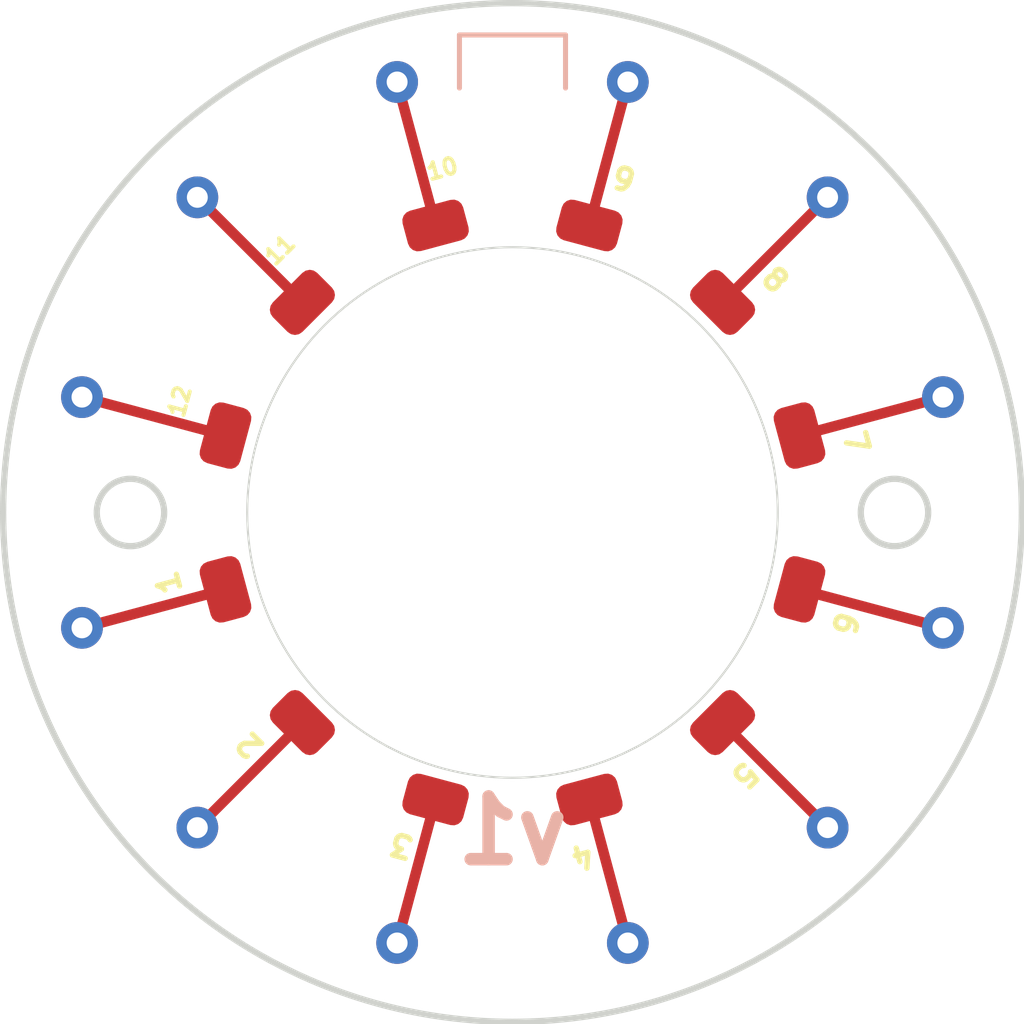
<source format=kicad_pcb>
(kicad_pcb (version 20171130) (host pcbnew 5.1.2)

  (general
    (thickness 1.6)
    (drawings 11)
    (tracks 12)
    (zones 0)
    (modules 24)
    (nets 2)
  )

  (page A4)
  (layers
    (0 F.Cu signal)
    (31 B.Cu signal)
    (32 B.Adhes user)
    (33 F.Adhes user)
    (34 B.Paste user)
    (35 F.Paste user)
    (36 B.SilkS user)
    (37 F.SilkS user)
    (38 B.Mask user)
    (39 F.Mask user)
    (40 Dwgs.User user)
    (41 Cmts.User user)
    (42 Eco1.User user)
    (43 Eco2.User user)
    (44 Edge.Cuts user)
    (45 Margin user)
    (46 B.CrtYd user)
    (47 F.CrtYd user)
    (48 B.Fab user)
    (49 F.Fab user)
  )

  (setup
    (last_trace_width 0.1524)
    (trace_clearance 0.1524)
    (zone_clearance 0.508)
    (zone_45_only no)
    (trace_min 0.1524)
    (via_size 0.508)
    (via_drill 0.254)
    (via_min_size 0.508)
    (via_min_drill 0.254)
    (blind_buried_vias_allowed yes)
    (uvia_size 0.508)
    (uvia_drill 0.254)
    (uvias_allowed yes)
    (uvia_min_size 0.508)
    (uvia_min_drill 0.254)
    (edge_width 0.05)
    (segment_width 0.2)
    (pcb_text_width 0.3)
    (pcb_text_size 1.5 1.5)
    (mod_edge_width 0.12)
    (mod_text_size 1 1)
    (mod_text_width 0.15)
    (pad_size 1.524 1.524)
    (pad_drill 0.762)
    (pad_to_mask_clearance 0.0508)
    (solder_mask_min_width 0.0254)
    (aux_axis_origin 0 0)
    (visible_elements FFFFFF7F)
    (pcbplotparams
      (layerselection 0x010fc_ffffffff)
      (usegerberextensions false)
      (usegerberattributes false)
      (usegerberadvancedattributes false)
      (creategerberjobfile false)
      (excludeedgelayer true)
      (linewidth 0.100000)
      (plotframeref false)
      (viasonmask false)
      (mode 1)
      (useauxorigin false)
      (hpglpennumber 1)
      (hpglpenspeed 20)
      (hpglpendiameter 15.000000)
      (psnegative false)
      (psa4output false)
      (plotreference true)
      (plotvalue true)
      (plotinvisibletext false)
      (padsonsilk false)
      (subtractmaskfromsilk false)
      (outputformat 1)
      (mirror false)
      (drillshape 1)
      (scaleselection 1)
      (outputdirectory ""))
  )

  (net 0 "")
  (net 1 "Net-(H1-Pad1)")

  (net_class Default "This is the default net class."
    (clearance 0.1524)
    (trace_width 0.1524)
    (via_dia 0.508)
    (via_drill 0.254)
    (uvia_dia 0.508)
    (uvia_drill 0.254)
    (add_net "Net-(H1-Pad1)")
  )

  (module ppms-puck-pcb:PPMS_Puck_Pad (layer F.Cu) (tedit 5CFE7EFC) (tstamp 5CFED7A2)
    (at 1.840721 -6.869665 345)
    (path /5CF21F50)
    (fp_text reference 9 (at 0.508 -1.27 345 unlocked) (layer F.SilkS)
      (effects (font (size 0.508 0.508) (thickness 0.127)))
    )
    (fp_text value MountingHole_Pad (at 0 5.08 165) (layer F.Fab) hide
      (effects (font (size 1 1) (thickness 0.15)))
    )
    (pad 1 smd roundrect (at 0 0 345) (size 1.5 1) (layers F.Cu F.Paste F.Mask) (roundrect_rratio 0.25)
      (net 1 "Net-(H1-Pad1)"))
  )

  (module ppms-puck-pcb:PPMS_Puck_Pad (layer F.Cu) (tedit 5CFE7EFC) (tstamp 5CFED79A)
    (at 5.028944 -5.028944 315)
    (path /5CF21F50)
    (fp_text reference 8 (at 0.508 -1.27 315 unlocked) (layer F.SilkS)
      (effects (font (size 0.508 0.508) (thickness 0.127)))
    )
    (fp_text value MountingHole_Pad (at 0 5.08 135) (layer F.Fab) hide
      (effects (font (size 1 1) (thickness 0.15)))
    )
    (pad 1 smd roundrect (at 0 0 315) (size 1.5 1) (layers F.Cu F.Paste F.Mask) (roundrect_rratio 0.25)
      (net 1 "Net-(H1-Pad1)"))
  )

  (module ppms-puck-pcb:PPMS_Puck_Pad (layer F.Cu) (tedit 5CFE7EFC) (tstamp 5CFED792)
    (at 6.869664 -1.840721 285)
    (path /5CF21F50)
    (fp_text reference 7 (at 0.508 -1.27 285 unlocked) (layer F.SilkS)
      (effects (font (size 0.508 0.508) (thickness 0.127)))
    )
    (fp_text value MountingHole_Pad (at 0 5.08 105) (layer F.Fab) hide
      (effects (font (size 1 1) (thickness 0.15)))
    )
    (pad 1 smd roundrect (at 0 0 285) (size 1.5 1) (layers F.Cu F.Paste F.Mask) (roundrect_rratio 0.25)
      (net 1 "Net-(H1-Pad1)"))
  )

  (module ppms-puck-pcb:PPMS_Puck_Pad (layer F.Cu) (tedit 5CFE7EFC) (tstamp 5CFED78A)
    (at 6.869665 1.840721 255)
    (path /5CF21F50)
    (fp_text reference 6 (at 0.508 -1.27 255 unlocked) (layer F.SilkS)
      (effects (font (size 0.508 0.508) (thickness 0.127)))
    )
    (fp_text value MountingHole_Pad (at 0 5.08 75) (layer F.Fab) hide
      (effects (font (size 1 1) (thickness 0.15)))
    )
    (pad 1 smd roundrect (at 0 0 255) (size 1.5 1) (layers F.Cu F.Paste F.Mask) (roundrect_rratio 0.25)
      (net 1 "Net-(H1-Pad1)"))
  )

  (module ppms-puck-pcb:PPMS_Puck_Pad (layer F.Cu) (tedit 5CFE7EFC) (tstamp 5CFED782)
    (at 5.028944 5.028944 225)
    (path /5CF21F50)
    (fp_text reference 5 (at 0.508 -1.27 225 unlocked) (layer F.SilkS)
      (effects (font (size 0.508 0.508) (thickness 0.127)))
    )
    (fp_text value MountingHole_Pad (at 0 5.08 45) (layer F.Fab) hide
      (effects (font (size 1 1) (thickness 0.15)))
    )
    (pad 1 smd roundrect (at 0 0 225) (size 1.5 1) (layers F.Cu F.Paste F.Mask) (roundrect_rratio 0.25)
      (net 1 "Net-(H1-Pad1)"))
  )

  (module ppms-puck-pcb:PPMS_Puck_Pad (layer F.Cu) (tedit 5CFE7EFC) (tstamp 5CFED77A)
    (at 1.840721 6.869664 195)
    (path /5CF21F50)
    (fp_text reference 4 (at 0.508 -1.27 195 unlocked) (layer F.SilkS)
      (effects (font (size 0.508 0.508) (thickness 0.127)))
    )
    (fp_text value MountingHole_Pad (at 0 5.08 15) (layer F.Fab) hide
      (effects (font (size 1 1) (thickness 0.15)))
    )
    (pad 1 smd roundrect (at 0 0 195) (size 1.5 1) (layers F.Cu F.Paste F.Mask) (roundrect_rratio 0.25)
      (net 1 "Net-(H1-Pad1)"))
  )

  (module ppms-puck-pcb:PPMS_Puck_Pad (layer F.Cu) (tedit 5CFE7EFC) (tstamp 5CFED772)
    (at -1.840721 6.869665 165)
    (path /5CF21F50)
    (fp_text reference 3 (at 0.508 -1.27 165 unlocked) (layer F.SilkS)
      (effects (font (size 0.508 0.508) (thickness 0.127)))
    )
    (fp_text value MountingHole_Pad (at 0 5.08 165) (layer F.Fab) hide
      (effects (font (size 1 1) (thickness 0.15)))
    )
    (pad 1 smd roundrect (at 0 0 165) (size 1.5 1) (layers F.Cu F.Paste F.Mask) (roundrect_rratio 0.25)
      (net 1 "Net-(H1-Pad1)"))
  )

  (module ppms-puck-pcb:PPMS_Puck_Pad (layer F.Cu) (tedit 5CFE7EFC) (tstamp 5CFED76A)
    (at -5.028944 5.028944 135)
    (path /5CF21F50)
    (fp_text reference 2 (at 0.508 -1.27 135 unlocked) (layer F.SilkS)
      (effects (font (size 0.508 0.508) (thickness 0.127)))
    )
    (fp_text value MountingHole_Pad (at 0 5.08 135) (layer F.Fab) hide
      (effects (font (size 1 1) (thickness 0.15)))
    )
    (pad 1 smd roundrect (at 0 0 135) (size 1.5 1) (layers F.Cu F.Paste F.Mask) (roundrect_rratio 0.25)
      (net 1 "Net-(H1-Pad1)"))
  )

  (module ppms-puck-pcb:PPMS_Puck_Pad (layer F.Cu) (tedit 5CFE7EFC) (tstamp 5CFED762)
    (at -6.869664 1.840721 105)
    (path /5CF21F50)
    (fp_text reference 1 (at 0.508 -1.27 105 unlocked) (layer F.SilkS)
      (effects (font (size 0.508 0.508) (thickness 0.127)))
    )
    (fp_text value MountingHole_Pad (at 0 5.08 105) (layer F.Fab) hide
      (effects (font (size 1 1) (thickness 0.15)))
    )
    (pad 1 smd roundrect (at 0 0 105) (size 1.5 1) (layers F.Cu F.Paste F.Mask) (roundrect_rratio 0.25)
      (net 1 "Net-(H1-Pad1)"))
  )

  (module ppms-puck-pcb:PPMS_Puck_Pad (layer F.Cu) (tedit 5CFE7EFC) (tstamp 5CFED75A)
    (at -6.869665 -1.840721 75)
    (path /5CF21F50)
    (fp_text reference 12 (at 0.508 -1.27 75 unlocked) (layer F.SilkS)
      (effects (font (size 0.381 0.381) (thickness 0.09525)))
    )
    (fp_text value MountingHole_Pad (at 0 5.08 75) (layer F.Fab) hide
      (effects (font (size 1 1) (thickness 0.15)))
    )
    (pad 1 smd roundrect (at 0 0 75) (size 1.5 1) (layers F.Cu F.Paste F.Mask) (roundrect_rratio 0.25)
      (net 1 "Net-(H1-Pad1)"))
  )

  (module ppms-puck-pcb:PPMS_Puck_Pad (layer F.Cu) (tedit 5CFE7EFC) (tstamp 5CFED752)
    (at -5.028944 -5.028944 45)
    (path /5CF21F50)
    (fp_text reference 11 (at 0.508 -1.27 45 unlocked) (layer F.SilkS)
      (effects (font (size 0.381 0.381) (thickness 0.09525)))
    )
    (fp_text value MountingHole_Pad (at 0 5.08 45) (layer F.Fab) hide
      (effects (font (size 1 1) (thickness 0.15)))
    )
    (pad 1 smd roundrect (at 0 0 45) (size 1.5 1) (layers F.Cu F.Paste F.Mask) (roundrect_rratio 0.25)
      (net 1 "Net-(H1-Pad1)"))
  )

  (module ppms-puck-pcb:PPMS_Puck_PTH (layer F.Cu) (tedit 5CF177BE) (tstamp 5CFED746)
    (at 2.761082 -10.304497 345)
    (path /5CF19D6E)
    (fp_text reference H1 (at 0 1.5 165) (layer F.SilkS) hide
      (effects (font (size 1 1) (thickness 0.15)))
    )
    (fp_text value MountingHole_Pad (at 0 3 165) (layer F.Fab) hide
      (effects (font (size 1 1) (thickness 0.15)))
    )
    (pad 1 thru_hole circle (at 0 0 75) (size 1 1) (drill 0.5) (layers *.Cu *.Mask)
      (net 1 "Net-(H1-Pad1)"))
  )

  (module ppms-puck-pcb:PPMS_Puck_PTH (layer F.Cu) (tedit 5CF177BE) (tstamp 5CFED73E)
    (at 7.543415 -7.543415 315)
    (path /5CF19D6E)
    (fp_text reference H1 (at 0 1.5 135) (layer F.SilkS) hide
      (effects (font (size 1 1) (thickness 0.15)))
    )
    (fp_text value MountingHole_Pad (at 0 3 135) (layer F.Fab) hide
      (effects (font (size 1 1) (thickness 0.15)))
    )
    (pad 1 thru_hole circle (at 0 0 45) (size 1 1) (drill 0.5) (layers *.Cu *.Mask)
      (net 1 "Net-(H1-Pad1)"))
  )

  (module ppms-puck-pcb:PPMS_Puck_PTH (layer F.Cu) (tedit 5CF177BE) (tstamp 5CFED736)
    (at 10.304497 -2.761082 285)
    (path /5CF19D6E)
    (fp_text reference H1 (at 0 1.5 105) (layer F.SilkS) hide
      (effects (font (size 1 1) (thickness 0.15)))
    )
    (fp_text value MountingHole_Pad (at 0 3 105) (layer F.Fab) hide
      (effects (font (size 1 1) (thickness 0.15)))
    )
    (pad 1 thru_hole circle (at 0 0 15) (size 1 1) (drill 0.5) (layers *.Cu *.Mask)
      (net 1 "Net-(H1-Pad1)"))
  )

  (module ppms-puck-pcb:PPMS_Puck_PTH (layer F.Cu) (tedit 5CF177BE) (tstamp 5CFED72E)
    (at 10.304497 2.761082 255)
    (path /5CF19D6E)
    (fp_text reference H1 (at 0 1.5 75) (layer F.SilkS) hide
      (effects (font (size 1 1) (thickness 0.15)))
    )
    (fp_text value MountingHole_Pad (at 0 3 75) (layer F.Fab) hide
      (effects (font (size 1 1) (thickness 0.15)))
    )
    (pad 1 thru_hole circle (at 0 0 345) (size 1 1) (drill 0.5) (layers *.Cu *.Mask)
      (net 1 "Net-(H1-Pad1)"))
  )

  (module ppms-puck-pcb:PPMS_Puck_PTH (layer F.Cu) (tedit 5CF177BE) (tstamp 5CFED726)
    (at 7.543415 7.543415 225)
    (path /5CF19D6E)
    (fp_text reference H1 (at 0 1.5 45) (layer F.SilkS) hide
      (effects (font (size 1 1) (thickness 0.15)))
    )
    (fp_text value MountingHole_Pad (at 0 3 45) (layer F.Fab) hide
      (effects (font (size 1 1) (thickness 0.15)))
    )
    (pad 1 thru_hole circle (at 0 0 315) (size 1 1) (drill 0.5) (layers *.Cu *.Mask)
      (net 1 "Net-(H1-Pad1)"))
  )

  (module ppms-puck-pcb:PPMS_Puck_PTH (layer F.Cu) (tedit 5CF177BE) (tstamp 5CFED71E)
    (at 2.761082 10.304497 195)
    (path /5CF19D6E)
    (fp_text reference H1 (at 0 1.5 15) (layer F.SilkS) hide
      (effects (font (size 1 1) (thickness 0.15)))
    )
    (fp_text value MountingHole_Pad (at 0 3 15) (layer F.Fab) hide
      (effects (font (size 1 1) (thickness 0.15)))
    )
    (pad 1 thru_hole circle (at 0 0 285) (size 1 1) (drill 0.5) (layers *.Cu *.Mask)
      (net 1 "Net-(H1-Pad1)"))
  )

  (module ppms-puck-pcb:PPMS_Puck_PTH (layer F.Cu) (tedit 5CF177BE) (tstamp 5CFED716)
    (at -2.761082 10.304497 165)
    (path /5CF19D6E)
    (fp_text reference H1 (at 0 1.5 165) (layer F.SilkS) hide
      (effects (font (size 1 1) (thickness 0.15)))
    )
    (fp_text value MountingHole_Pad (at 0 3 165) (layer F.Fab) hide
      (effects (font (size 1 1) (thickness 0.15)))
    )
    (pad 1 thru_hole circle (at 0 0 255) (size 1 1) (drill 0.5) (layers *.Cu *.Mask)
      (net 1 "Net-(H1-Pad1)"))
  )

  (module ppms-puck-pcb:PPMS_Puck_PTH (layer F.Cu) (tedit 5CF177BE) (tstamp 5CFED70E)
    (at -7.543415 7.543415 135)
    (path /5CF19D6E)
    (fp_text reference H1 (at 0 1.5 135) (layer F.SilkS) hide
      (effects (font (size 1 1) (thickness 0.15)))
    )
    (fp_text value MountingHole_Pad (at 0 3 135) (layer F.Fab) hide
      (effects (font (size 1 1) (thickness 0.15)))
    )
    (pad 1 thru_hole circle (at 0 0 225) (size 1 1) (drill 0.5) (layers *.Cu *.Mask)
      (net 1 "Net-(H1-Pad1)"))
  )

  (module ppms-puck-pcb:PPMS_Puck_PTH (layer F.Cu) (tedit 5CF177BE) (tstamp 5CFED706)
    (at -10.304497 2.761082 105)
    (path /5CF19D6E)
    (fp_text reference H1 (at 0 1.5 105) (layer F.SilkS) hide
      (effects (font (size 1 1) (thickness 0.15)))
    )
    (fp_text value MountingHole_Pad (at 0 3 105) (layer F.Fab) hide
      (effects (font (size 1 1) (thickness 0.15)))
    )
    (pad 1 thru_hole circle (at 0 0 195) (size 1 1) (drill 0.5) (layers *.Cu *.Mask)
      (net 1 "Net-(H1-Pad1)"))
  )

  (module ppms-puck-pcb:PPMS_Puck_PTH (layer F.Cu) (tedit 5CF177BE) (tstamp 5CFED6FE)
    (at -10.304497 -2.761082 75)
    (path /5CF19D6E)
    (fp_text reference H1 (at 0 1.5 75) (layer F.SilkS) hide
      (effects (font (size 1 1) (thickness 0.15)))
    )
    (fp_text value MountingHole_Pad (at 0 3 75) (layer F.Fab) hide
      (effects (font (size 1 1) (thickness 0.15)))
    )
    (pad 1 thru_hole circle (at 0 0 165) (size 1 1) (drill 0.5) (layers *.Cu *.Mask)
      (net 1 "Net-(H1-Pad1)"))
  )

  (module ppms-puck-pcb:PPMS_Puck_PTH (layer F.Cu) (tedit 5CF177BE) (tstamp 5CFED6F6)
    (at -7.543415 -7.543415 45)
    (path /5CF19D6E)
    (fp_text reference H1 (at 0 1.5 45) (layer F.SilkS) hide
      (effects (font (size 1 1) (thickness 0.15)))
    )
    (fp_text value MountingHole_Pad (at 0 3 45) (layer F.Fab) hide
      (effects (font (size 1 1) (thickness 0.15)))
    )
    (pad 1 thru_hole circle (at 0 0 135) (size 1 1) (drill 0.5) (layers *.Cu *.Mask)
      (net 1 "Net-(H1-Pad1)"))
  )

  (module ppms-puck-pcb:PPMS_Puck_Pad (layer F.Cu) (tedit 5CFE7EFC) (tstamp 5CFED638)
    (at -1.840721 -6.869664 15)
    (path /5CF21F50)
    (fp_text reference 10 (at 0.508 -1.27 15 unlocked) (layer F.SilkS)
      (effects (font (size 0.381 0.381) (thickness 0.09525)))
    )
    (fp_text value MountingHole_Pad (at 0 5.08 15) (layer F.Fab) hide
      (effects (font (size 1 1) (thickness 0.15)))
    )
    (pad 1 smd roundrect (at 0 0 15) (size 1.5 1) (layers F.Cu F.Paste F.Mask) (roundrect_rratio 0.25)
      (net 1 "Net-(H1-Pad1)"))
  )

  (module ppms-puck-pcb:PPMS_Puck_PTH (layer F.Cu) (tedit 5CF177BE) (tstamp 5CFED644)
    (at -2.761082 -10.304497 15)
    (path /5CF19D6E)
    (fp_text reference H1 (at 0 1.5 15) (layer F.SilkS) hide
      (effects (font (size 1 1) (thickness 0.15)))
    )
    (fp_text value MountingHole_Pad (at 0 3 15) (layer F.Fab) hide
      (effects (font (size 1 1) (thickness 0.15)))
    )
    (pad 1 thru_hole circle (at 0 0 105) (size 1 1) (drill 0.5) (layers *.Cu *.Mask)
      (net 1 "Net-(H1-Pad1)"))
  )

  (gr_line (start 1.27 -11.43) (end 1.27 -10.16) (layer B.SilkS) (width 0.12))
  (gr_line (start -1.27 -11.43) (end 1.27 -11.43) (layer B.SilkS) (width 0.12))
  (gr_line (start -1.27 -10.16) (end -1.27 -11.43) (layer B.SilkS) (width 0.12))
  (gr_text v1 (at 0 7.62) (layer B.SilkS)
    (effects (font (size 1.5 1.5) (thickness 0.3)) (justify mirror))
  )
  (gr_circle (center 9.144 0) (end 7.747 0) (layer Dwgs.User) (width 0.15) (tstamp 5CFED4BC))
  (gr_circle (center -9.144 0) (end -10.541 0) (layer Dwgs.User) (width 0.15) (tstamp 5CFED4AC))
  (gr_circle (center 0 0) (end -6.35 0) (layer Edge.Cuts) (width 0.05))
  (gr_circle (center 9.144 0) (end 8.33755 0) (layer Edge.Cuts) (width 0.15) (tstamp 5CFAA772))
  (gr_circle (center -9.144 0) (end -9.95045 0) (layer Edge.Cuts) (width 0.15))
  (gr_circle (center 0 0) (end -9.271 0) (layer Dwgs.User) (width 0.15))
  (gr_circle (center 0 0) (end -12.192 0) (layer Edge.Cuts) (width 0.15))

  (segment (start -2.761082 -10.304497) (end -1.840721 -6.869664) (width 0.25) (layer F.Cu) (net 1))
  (segment (start -7.543415 -7.543415) (end -5.028944 -5.028944) (width 0.25) (layer F.Cu) (net 1) (tstamp 5CFED6DC))
  (segment (start -10.304497 -2.761082) (end -6.869665 -1.840721) (width 0.25) (layer F.Cu) (net 1) (tstamp 5CFED6DE))
  (segment (start -10.304497 2.761082) (end -6.869664 1.840721) (width 0.25) (layer F.Cu) (net 1) (tstamp 5CFED6E0))
  (segment (start -7.543415 7.543415) (end -5.028944 5.028944) (width 0.25) (layer F.Cu) (net 1) (tstamp 5CFED6E2))
  (segment (start -2.761082 10.304497) (end -1.840721 6.869665) (width 0.25) (layer F.Cu) (net 1) (tstamp 5CFED6E4))
  (segment (start 2.761082 10.304497) (end 1.840721 6.869664) (width 0.25) (layer F.Cu) (net 1) (tstamp 5CFED6E6))
  (segment (start 7.543415 7.543415) (end 5.028944 5.028944) (width 0.25) (layer F.Cu) (net 1) (tstamp 5CFED6E8))
  (segment (start 10.304497 2.761082) (end 6.869665 1.840721) (width 0.25) (layer F.Cu) (net 1) (tstamp 5CFED6EA))
  (segment (start 10.304497 -2.761082) (end 6.869664 -1.840721) (width 0.25) (layer F.Cu) (net 1) (tstamp 5CFED6EC))
  (segment (start 7.543415 -7.543415) (end 5.028944 -5.028944) (width 0.25) (layer F.Cu) (net 1) (tstamp 5CFED6EE))
  (segment (start 2.761082 -10.304497) (end 1.840721 -6.869665) (width 0.25) (layer F.Cu) (net 1) (tstamp 5CFED6F0))

)

</source>
